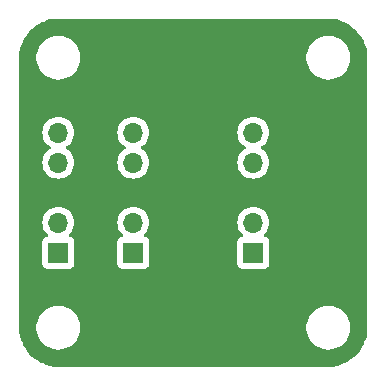
<source format=gbr>
%TF.GenerationSoftware,KiCad,Pcbnew,8.0.4-8.0.4-0~ubuntu22.04.1*%
%TF.CreationDate,2024-08-03T19:38:37+03:00*%
%TF.ProjectId,PM-Bus,504d2d42-7573-42e6-9b69-6361645f7063,rev?*%
%TF.SameCoordinates,Original*%
%TF.FileFunction,Copper,L2,Bot*%
%TF.FilePolarity,Positive*%
%FSLAX46Y46*%
G04 Gerber Fmt 4.6, Leading zero omitted, Abs format (unit mm)*
G04 Created by KiCad (PCBNEW 8.0.4-8.0.4-0~ubuntu22.04.1) date 2024-08-03 19:38:37*
%MOMM*%
%LPD*%
G01*
G04 APERTURE LIST*
%TA.AperFunction,ComponentPad*%
%ADD10R,1.700000X1.700000*%
%TD*%
%TA.AperFunction,ComponentPad*%
%ADD11O,1.700000X1.700000*%
%TD*%
G04 APERTURE END LIST*
D10*
%TO.P,J1,1,Pin_1*%
%TO.N,Net-(J1-Pin_1)*%
X64770000Y-96520000D03*
D11*
%TO.P,J1,2,Pin_2*%
%TO.N,Net-(J1-Pin_2)*%
X64770000Y-93980000D03*
%TO.P,J1,3,Pin_3*%
%TO.N,GND*%
X64770000Y-91440000D03*
%TO.P,J1,4,Pin_4*%
%TO.N,+3.3V*%
X64770000Y-88900000D03*
%TO.P,J1,5,Pin_5*%
%TO.N,+5V*%
X64770000Y-86360000D03*
%TD*%
%TO.P,J2,5,Pin_5*%
%TO.N,+5V*%
X71120000Y-86360000D03*
%TO.P,J2,4,Pin_4*%
%TO.N,+3.3V*%
X71120000Y-88900000D03*
%TO.P,J2,3,Pin_3*%
%TO.N,GND*%
X71120000Y-91440000D03*
%TO.P,J2,2,Pin_2*%
%TO.N,Net-(J1-Pin_2)*%
X71120000Y-93980000D03*
D10*
%TO.P,J2,1,Pin_1*%
%TO.N,Net-(J1-Pin_1)*%
X71120000Y-96520000D03*
%TD*%
%TO.P,J3,1,Pin_1*%
%TO.N,Net-(J1-Pin_1)*%
X81280000Y-96520000D03*
D11*
%TO.P,J3,2,Pin_2*%
%TO.N,Net-(J1-Pin_2)*%
X81280000Y-93980000D03*
%TO.P,J3,3,Pin_3*%
%TO.N,GND*%
X81280000Y-91440000D03*
%TO.P,J3,4,Pin_4*%
%TO.N,+3.3V*%
X81280000Y-88900000D03*
%TO.P,J3,5,Pin_5*%
%TO.N,+5V*%
X81280000Y-86360000D03*
%TD*%
%TA.AperFunction,Conductor*%
%TO.N,GND*%
G36*
X87633243Y-76700669D02*
G01*
X87969450Y-76718290D01*
X87982358Y-76719647D01*
X88311677Y-76771806D01*
X88324342Y-76774497D01*
X88646422Y-76860798D01*
X88658749Y-76864803D01*
X88970038Y-76984296D01*
X88981873Y-76989565D01*
X89278976Y-77140947D01*
X89290191Y-77147423D01*
X89569832Y-77329023D01*
X89580313Y-77336638D01*
X89839441Y-77546475D01*
X89849086Y-77555160D01*
X90084839Y-77790913D01*
X90093524Y-77800558D01*
X90303359Y-78059683D01*
X90310978Y-78070171D01*
X90492573Y-78349802D01*
X90499055Y-78361029D01*
X90628834Y-78615733D01*
X90650429Y-78658115D01*
X90655708Y-78669972D01*
X90775193Y-78981241D01*
X90779204Y-78993586D01*
X90865498Y-79315642D01*
X90868196Y-79328337D01*
X90920352Y-79657641D01*
X90921709Y-79670549D01*
X90939330Y-80006756D01*
X90939500Y-80013246D01*
X90939500Y-102866753D01*
X90939330Y-102873243D01*
X90921709Y-103209450D01*
X90920352Y-103222358D01*
X90868196Y-103551662D01*
X90865498Y-103564357D01*
X90779204Y-103886413D01*
X90775193Y-103898758D01*
X90655708Y-104210027D01*
X90650429Y-104221884D01*
X90499059Y-104518964D01*
X90492569Y-104530204D01*
X90310983Y-104809822D01*
X90303354Y-104820323D01*
X90093524Y-105079441D01*
X90084839Y-105089086D01*
X89849086Y-105324839D01*
X89839441Y-105333524D01*
X89580323Y-105543354D01*
X89569822Y-105550983D01*
X89290204Y-105732569D01*
X89278964Y-105739059D01*
X88981884Y-105890429D01*
X88970027Y-105895708D01*
X88658758Y-106015193D01*
X88646413Y-106019204D01*
X88324357Y-106105498D01*
X88311662Y-106108196D01*
X87982358Y-106160352D01*
X87969450Y-106161709D01*
X87633244Y-106179330D01*
X87626754Y-106179500D01*
X64773246Y-106179500D01*
X64766756Y-106179330D01*
X64430549Y-106161709D01*
X64417641Y-106160352D01*
X64088337Y-106108196D01*
X64075642Y-106105498D01*
X63753586Y-106019204D01*
X63741241Y-106015193D01*
X63429972Y-105895708D01*
X63418115Y-105890429D01*
X63121029Y-105739055D01*
X63109802Y-105732573D01*
X62830171Y-105550978D01*
X62819683Y-105543359D01*
X62560558Y-105333524D01*
X62550913Y-105324839D01*
X62315160Y-105089086D01*
X62306475Y-105079441D01*
X62217648Y-104969749D01*
X62096638Y-104820313D01*
X62089023Y-104809832D01*
X61907423Y-104530191D01*
X61900947Y-104518976D01*
X61749565Y-104221873D01*
X61744296Y-104210038D01*
X61624803Y-103898749D01*
X61620798Y-103886422D01*
X61534497Y-103564342D01*
X61531806Y-103551677D01*
X61479647Y-103222358D01*
X61478290Y-103209450D01*
X61460670Y-102873243D01*
X61460500Y-102866753D01*
X61460500Y-102748711D01*
X62919500Y-102748711D01*
X62919500Y-102991288D01*
X62951161Y-103231785D01*
X63013947Y-103466104D01*
X63054645Y-103564357D01*
X63106776Y-103690212D01*
X63228064Y-103900289D01*
X63228066Y-103900292D01*
X63228067Y-103900293D01*
X63375733Y-104092736D01*
X63375739Y-104092743D01*
X63547256Y-104264260D01*
X63547262Y-104264265D01*
X63739711Y-104411936D01*
X63949788Y-104533224D01*
X64173900Y-104626054D01*
X64408211Y-104688838D01*
X64588586Y-104712584D01*
X64648711Y-104720500D01*
X64648712Y-104720500D01*
X64891289Y-104720500D01*
X64939388Y-104714167D01*
X65131789Y-104688838D01*
X65366100Y-104626054D01*
X65590212Y-104533224D01*
X65800289Y-104411936D01*
X65992738Y-104264265D01*
X66164265Y-104092738D01*
X66311936Y-103900289D01*
X66433224Y-103690212D01*
X66526054Y-103466100D01*
X66588838Y-103231789D01*
X66620500Y-102991288D01*
X66620500Y-102748712D01*
X66620500Y-102748711D01*
X85779500Y-102748711D01*
X85779500Y-102991288D01*
X85811161Y-103231785D01*
X85873947Y-103466104D01*
X85914645Y-103564357D01*
X85966776Y-103690212D01*
X86088064Y-103900289D01*
X86088066Y-103900292D01*
X86088067Y-103900293D01*
X86235733Y-104092736D01*
X86235739Y-104092743D01*
X86407256Y-104264260D01*
X86407262Y-104264265D01*
X86599711Y-104411936D01*
X86809788Y-104533224D01*
X87033900Y-104626054D01*
X87268211Y-104688838D01*
X87448586Y-104712584D01*
X87508711Y-104720500D01*
X87508712Y-104720500D01*
X87751289Y-104720500D01*
X87799388Y-104714167D01*
X87991789Y-104688838D01*
X88226100Y-104626054D01*
X88450212Y-104533224D01*
X88660289Y-104411936D01*
X88852738Y-104264265D01*
X89024265Y-104092738D01*
X89171936Y-103900289D01*
X89293224Y-103690212D01*
X89386054Y-103466100D01*
X89448838Y-103231789D01*
X89480500Y-102991288D01*
X89480500Y-102748712D01*
X89448838Y-102508211D01*
X89386054Y-102273900D01*
X89293224Y-102049788D01*
X89171936Y-101839711D01*
X89024265Y-101647262D01*
X89024260Y-101647256D01*
X88852743Y-101475739D01*
X88852736Y-101475733D01*
X88660293Y-101328067D01*
X88660292Y-101328066D01*
X88660289Y-101328064D01*
X88450212Y-101206776D01*
X88450205Y-101206773D01*
X88226104Y-101113947D01*
X87991785Y-101051161D01*
X87751289Y-101019500D01*
X87751288Y-101019500D01*
X87508712Y-101019500D01*
X87508711Y-101019500D01*
X87268214Y-101051161D01*
X87033895Y-101113947D01*
X86809794Y-101206773D01*
X86809785Y-101206777D01*
X86599706Y-101328067D01*
X86407263Y-101475733D01*
X86407256Y-101475739D01*
X86235739Y-101647256D01*
X86235733Y-101647263D01*
X86088067Y-101839706D01*
X85966777Y-102049785D01*
X85966773Y-102049794D01*
X85873947Y-102273895D01*
X85811161Y-102508214D01*
X85779500Y-102748711D01*
X66620500Y-102748711D01*
X66588838Y-102508211D01*
X66526054Y-102273900D01*
X66433224Y-102049788D01*
X66311936Y-101839711D01*
X66164265Y-101647262D01*
X66164260Y-101647256D01*
X65992743Y-101475739D01*
X65992736Y-101475733D01*
X65800293Y-101328067D01*
X65800292Y-101328066D01*
X65800289Y-101328064D01*
X65590212Y-101206776D01*
X65590205Y-101206773D01*
X65366104Y-101113947D01*
X65131785Y-101051161D01*
X64891289Y-101019500D01*
X64891288Y-101019500D01*
X64648712Y-101019500D01*
X64648711Y-101019500D01*
X64408214Y-101051161D01*
X64173895Y-101113947D01*
X63949794Y-101206773D01*
X63949785Y-101206777D01*
X63739706Y-101328067D01*
X63547263Y-101475733D01*
X63547256Y-101475739D01*
X63375739Y-101647256D01*
X63375733Y-101647263D01*
X63228067Y-101839706D01*
X63106777Y-102049785D01*
X63106773Y-102049794D01*
X63013947Y-102273895D01*
X62951161Y-102508214D01*
X62919500Y-102748711D01*
X61460500Y-102748711D01*
X61460500Y-93979999D01*
X63414341Y-93979999D01*
X63414341Y-93980000D01*
X63434936Y-94215403D01*
X63434938Y-94215413D01*
X63496094Y-94443655D01*
X63496096Y-94443659D01*
X63496097Y-94443663D01*
X63595965Y-94657830D01*
X63595967Y-94657834D01*
X63704281Y-94812521D01*
X63731501Y-94851396D01*
X63731506Y-94851402D01*
X63853430Y-94973326D01*
X63886915Y-95034649D01*
X63881931Y-95104341D01*
X63840059Y-95160274D01*
X63809083Y-95177189D01*
X63677669Y-95226203D01*
X63677664Y-95226206D01*
X63562455Y-95312452D01*
X63562452Y-95312455D01*
X63476206Y-95427664D01*
X63476202Y-95427671D01*
X63425908Y-95562517D01*
X63419501Y-95622116D01*
X63419501Y-95622123D01*
X63419500Y-95622135D01*
X63419500Y-97417870D01*
X63419501Y-97417876D01*
X63425908Y-97477483D01*
X63476202Y-97612328D01*
X63476206Y-97612335D01*
X63562452Y-97727544D01*
X63562455Y-97727547D01*
X63677664Y-97813793D01*
X63677671Y-97813797D01*
X63812517Y-97864091D01*
X63812516Y-97864091D01*
X63819444Y-97864835D01*
X63872127Y-97870500D01*
X65667872Y-97870499D01*
X65727483Y-97864091D01*
X65862331Y-97813796D01*
X65977546Y-97727546D01*
X66063796Y-97612331D01*
X66114091Y-97477483D01*
X66120500Y-97417873D01*
X66120499Y-95622128D01*
X66114091Y-95562517D01*
X66063796Y-95427669D01*
X66063795Y-95427668D01*
X66063793Y-95427664D01*
X65977547Y-95312455D01*
X65977544Y-95312452D01*
X65862335Y-95226206D01*
X65862328Y-95226202D01*
X65730917Y-95177189D01*
X65674983Y-95135318D01*
X65650566Y-95069853D01*
X65665418Y-95001580D01*
X65686563Y-94973332D01*
X65808495Y-94851401D01*
X65944035Y-94657830D01*
X66043903Y-94443663D01*
X66105063Y-94215408D01*
X66125659Y-93980000D01*
X66125659Y-93979999D01*
X69764341Y-93979999D01*
X69764341Y-93980000D01*
X69784936Y-94215403D01*
X69784938Y-94215413D01*
X69846094Y-94443655D01*
X69846096Y-94443659D01*
X69846097Y-94443663D01*
X69945965Y-94657830D01*
X69945967Y-94657834D01*
X70054281Y-94812521D01*
X70081501Y-94851396D01*
X70081506Y-94851402D01*
X70203430Y-94973326D01*
X70236915Y-95034649D01*
X70231931Y-95104341D01*
X70190059Y-95160274D01*
X70159083Y-95177189D01*
X70027669Y-95226203D01*
X70027664Y-95226206D01*
X69912455Y-95312452D01*
X69912452Y-95312455D01*
X69826206Y-95427664D01*
X69826202Y-95427671D01*
X69775908Y-95562517D01*
X69769501Y-95622116D01*
X69769501Y-95622123D01*
X69769500Y-95622135D01*
X69769500Y-97417870D01*
X69769501Y-97417876D01*
X69775908Y-97477483D01*
X69826202Y-97612328D01*
X69826206Y-97612335D01*
X69912452Y-97727544D01*
X69912455Y-97727547D01*
X70027664Y-97813793D01*
X70027671Y-97813797D01*
X70162517Y-97864091D01*
X70162516Y-97864091D01*
X70169444Y-97864835D01*
X70222127Y-97870500D01*
X72017872Y-97870499D01*
X72077483Y-97864091D01*
X72212331Y-97813796D01*
X72327546Y-97727546D01*
X72413796Y-97612331D01*
X72464091Y-97477483D01*
X72470500Y-97417873D01*
X72470499Y-95622128D01*
X72464091Y-95562517D01*
X72413796Y-95427669D01*
X72413795Y-95427668D01*
X72413793Y-95427664D01*
X72327547Y-95312455D01*
X72327544Y-95312452D01*
X72212335Y-95226206D01*
X72212328Y-95226202D01*
X72080917Y-95177189D01*
X72024983Y-95135318D01*
X72000566Y-95069853D01*
X72015418Y-95001580D01*
X72036563Y-94973332D01*
X72158495Y-94851401D01*
X72294035Y-94657830D01*
X72393903Y-94443663D01*
X72455063Y-94215408D01*
X72475659Y-93980000D01*
X72475659Y-93979999D01*
X79924341Y-93979999D01*
X79924341Y-93980000D01*
X79944936Y-94215403D01*
X79944938Y-94215413D01*
X80006094Y-94443655D01*
X80006096Y-94443659D01*
X80006097Y-94443663D01*
X80105965Y-94657830D01*
X80105967Y-94657834D01*
X80214281Y-94812521D01*
X80241501Y-94851396D01*
X80241506Y-94851402D01*
X80363430Y-94973326D01*
X80396915Y-95034649D01*
X80391931Y-95104341D01*
X80350059Y-95160274D01*
X80319083Y-95177189D01*
X80187669Y-95226203D01*
X80187664Y-95226206D01*
X80072455Y-95312452D01*
X80072452Y-95312455D01*
X79986206Y-95427664D01*
X79986202Y-95427671D01*
X79935908Y-95562517D01*
X79929501Y-95622116D01*
X79929501Y-95622123D01*
X79929500Y-95622135D01*
X79929500Y-97417870D01*
X79929501Y-97417876D01*
X79935908Y-97477483D01*
X79986202Y-97612328D01*
X79986206Y-97612335D01*
X80072452Y-97727544D01*
X80072455Y-97727547D01*
X80187664Y-97813793D01*
X80187671Y-97813797D01*
X80322517Y-97864091D01*
X80322516Y-97864091D01*
X80329444Y-97864835D01*
X80382127Y-97870500D01*
X82177872Y-97870499D01*
X82237483Y-97864091D01*
X82372331Y-97813796D01*
X82487546Y-97727546D01*
X82573796Y-97612331D01*
X82624091Y-97477483D01*
X82630500Y-97417873D01*
X82630499Y-95622128D01*
X82624091Y-95562517D01*
X82573796Y-95427669D01*
X82573795Y-95427668D01*
X82573793Y-95427664D01*
X82487547Y-95312455D01*
X82487544Y-95312452D01*
X82372335Y-95226206D01*
X82372328Y-95226202D01*
X82240917Y-95177189D01*
X82184983Y-95135318D01*
X82160566Y-95069853D01*
X82175418Y-95001580D01*
X82196563Y-94973332D01*
X82318495Y-94851401D01*
X82454035Y-94657830D01*
X82553903Y-94443663D01*
X82615063Y-94215408D01*
X82635659Y-93980000D01*
X82615063Y-93744592D01*
X82553903Y-93516337D01*
X82454035Y-93302171D01*
X82318495Y-93108599D01*
X82318494Y-93108597D01*
X82151402Y-92941506D01*
X82151395Y-92941501D01*
X81957834Y-92805967D01*
X81957830Y-92805965D01*
X81957828Y-92805964D01*
X81743663Y-92706097D01*
X81743659Y-92706096D01*
X81743655Y-92706094D01*
X81515413Y-92644938D01*
X81515403Y-92644936D01*
X81280001Y-92624341D01*
X81279999Y-92624341D01*
X81044596Y-92644936D01*
X81044586Y-92644938D01*
X80816344Y-92706094D01*
X80816335Y-92706098D01*
X80602171Y-92805964D01*
X80602169Y-92805965D01*
X80408597Y-92941505D01*
X80241505Y-93108597D01*
X80105965Y-93302169D01*
X80105964Y-93302171D01*
X80006098Y-93516335D01*
X80006094Y-93516344D01*
X79944938Y-93744586D01*
X79944936Y-93744596D01*
X79924341Y-93979999D01*
X72475659Y-93979999D01*
X72455063Y-93744592D01*
X72393903Y-93516337D01*
X72294035Y-93302171D01*
X72158495Y-93108599D01*
X72158494Y-93108597D01*
X71991402Y-92941506D01*
X71991395Y-92941501D01*
X71797834Y-92805967D01*
X71797830Y-92805965D01*
X71797828Y-92805964D01*
X71583663Y-92706097D01*
X71583659Y-92706096D01*
X71583655Y-92706094D01*
X71355413Y-92644938D01*
X71355403Y-92644936D01*
X71120001Y-92624341D01*
X71119999Y-92624341D01*
X70884596Y-92644936D01*
X70884586Y-92644938D01*
X70656344Y-92706094D01*
X70656335Y-92706098D01*
X70442171Y-92805964D01*
X70442169Y-92805965D01*
X70248597Y-92941505D01*
X70081505Y-93108597D01*
X69945965Y-93302169D01*
X69945964Y-93302171D01*
X69846098Y-93516335D01*
X69846094Y-93516344D01*
X69784938Y-93744586D01*
X69784936Y-93744596D01*
X69764341Y-93979999D01*
X66125659Y-93979999D01*
X66105063Y-93744592D01*
X66043903Y-93516337D01*
X65944035Y-93302171D01*
X65808495Y-93108599D01*
X65808494Y-93108597D01*
X65641402Y-92941506D01*
X65641395Y-92941501D01*
X65447834Y-92805967D01*
X65447830Y-92805965D01*
X65447828Y-92805964D01*
X65233663Y-92706097D01*
X65233659Y-92706096D01*
X65233655Y-92706094D01*
X65005413Y-92644938D01*
X65005403Y-92644936D01*
X64770001Y-92624341D01*
X64769999Y-92624341D01*
X64534596Y-92644936D01*
X64534586Y-92644938D01*
X64306344Y-92706094D01*
X64306335Y-92706098D01*
X64092171Y-92805964D01*
X64092169Y-92805965D01*
X63898597Y-92941505D01*
X63731505Y-93108597D01*
X63595965Y-93302169D01*
X63595964Y-93302171D01*
X63496098Y-93516335D01*
X63496094Y-93516344D01*
X63434938Y-93744586D01*
X63434936Y-93744596D01*
X63414341Y-93979999D01*
X61460500Y-93979999D01*
X61460500Y-86359999D01*
X63414341Y-86359999D01*
X63414341Y-86360000D01*
X63434936Y-86595403D01*
X63434938Y-86595413D01*
X63496094Y-86823655D01*
X63496096Y-86823659D01*
X63496097Y-86823663D01*
X63595965Y-87037830D01*
X63595967Y-87037834D01*
X63731501Y-87231395D01*
X63731506Y-87231402D01*
X63898597Y-87398493D01*
X63898603Y-87398498D01*
X64084158Y-87528425D01*
X64127783Y-87583002D01*
X64134977Y-87652500D01*
X64103454Y-87714855D01*
X64084158Y-87731575D01*
X63898597Y-87861505D01*
X63731505Y-88028597D01*
X63595965Y-88222169D01*
X63595964Y-88222171D01*
X63496098Y-88436335D01*
X63496094Y-88436344D01*
X63434938Y-88664586D01*
X63434936Y-88664596D01*
X63414341Y-88899999D01*
X63414341Y-88900000D01*
X63434936Y-89135403D01*
X63434938Y-89135413D01*
X63496094Y-89363655D01*
X63496096Y-89363659D01*
X63496097Y-89363663D01*
X63595965Y-89577830D01*
X63595967Y-89577834D01*
X63704281Y-89732521D01*
X63731505Y-89771401D01*
X63898599Y-89938495D01*
X63995384Y-90006265D01*
X64092165Y-90074032D01*
X64092167Y-90074033D01*
X64092170Y-90074035D01*
X64306337Y-90173903D01*
X64534592Y-90235063D01*
X64722918Y-90251539D01*
X64769999Y-90255659D01*
X64770000Y-90255659D01*
X64770001Y-90255659D01*
X64809234Y-90252226D01*
X65005408Y-90235063D01*
X65233663Y-90173903D01*
X65447830Y-90074035D01*
X65641401Y-89938495D01*
X65808495Y-89771401D01*
X65944035Y-89577830D01*
X66043903Y-89363663D01*
X66105063Y-89135408D01*
X66125659Y-88900000D01*
X66105063Y-88664592D01*
X66043903Y-88436337D01*
X65944035Y-88222171D01*
X65808495Y-88028599D01*
X65808494Y-88028597D01*
X65641402Y-87861506D01*
X65641396Y-87861501D01*
X65455842Y-87731575D01*
X65412217Y-87676998D01*
X65405023Y-87607500D01*
X65436546Y-87545145D01*
X65455842Y-87528425D01*
X65478026Y-87512891D01*
X65641401Y-87398495D01*
X65808495Y-87231401D01*
X65944035Y-87037830D01*
X66043903Y-86823663D01*
X66105063Y-86595408D01*
X66125659Y-86360000D01*
X66125659Y-86359999D01*
X69764341Y-86359999D01*
X69764341Y-86360000D01*
X69784936Y-86595403D01*
X69784938Y-86595413D01*
X69846094Y-86823655D01*
X69846096Y-86823659D01*
X69846097Y-86823663D01*
X69945965Y-87037830D01*
X69945967Y-87037834D01*
X70081501Y-87231395D01*
X70081506Y-87231402D01*
X70248597Y-87398493D01*
X70248603Y-87398498D01*
X70434158Y-87528425D01*
X70477783Y-87583002D01*
X70484977Y-87652500D01*
X70453454Y-87714855D01*
X70434158Y-87731575D01*
X70248597Y-87861505D01*
X70081505Y-88028597D01*
X69945965Y-88222169D01*
X69945964Y-88222171D01*
X69846098Y-88436335D01*
X69846094Y-88436344D01*
X69784938Y-88664586D01*
X69784936Y-88664596D01*
X69764341Y-88899999D01*
X69764341Y-88900000D01*
X69784936Y-89135403D01*
X69784938Y-89135413D01*
X69846094Y-89363655D01*
X69846096Y-89363659D01*
X69846097Y-89363663D01*
X69945965Y-89577830D01*
X69945967Y-89577834D01*
X70054281Y-89732521D01*
X70081505Y-89771401D01*
X70248599Y-89938495D01*
X70345384Y-90006265D01*
X70442165Y-90074032D01*
X70442167Y-90074033D01*
X70442170Y-90074035D01*
X70656337Y-90173903D01*
X70884592Y-90235063D01*
X71072918Y-90251539D01*
X71119999Y-90255659D01*
X71120000Y-90255659D01*
X71120001Y-90255659D01*
X71159234Y-90252226D01*
X71355408Y-90235063D01*
X71583663Y-90173903D01*
X71797830Y-90074035D01*
X71991401Y-89938495D01*
X72158495Y-89771401D01*
X72294035Y-89577830D01*
X72393903Y-89363663D01*
X72455063Y-89135408D01*
X72475659Y-88900000D01*
X72455063Y-88664592D01*
X72393903Y-88436337D01*
X72294035Y-88222171D01*
X72158495Y-88028599D01*
X72158494Y-88028597D01*
X71991402Y-87861506D01*
X71991396Y-87861501D01*
X71805842Y-87731575D01*
X71762217Y-87676998D01*
X71755023Y-87607500D01*
X71786546Y-87545145D01*
X71805842Y-87528425D01*
X71828026Y-87512891D01*
X71991401Y-87398495D01*
X72158495Y-87231401D01*
X72294035Y-87037830D01*
X72393903Y-86823663D01*
X72455063Y-86595408D01*
X72475659Y-86360000D01*
X72475659Y-86359999D01*
X79924341Y-86359999D01*
X79924341Y-86360000D01*
X79944936Y-86595403D01*
X79944938Y-86595413D01*
X80006094Y-86823655D01*
X80006096Y-86823659D01*
X80006097Y-86823663D01*
X80105965Y-87037830D01*
X80105967Y-87037834D01*
X80241501Y-87231395D01*
X80241506Y-87231402D01*
X80408597Y-87398493D01*
X80408603Y-87398498D01*
X80594158Y-87528425D01*
X80637783Y-87583002D01*
X80644977Y-87652500D01*
X80613454Y-87714855D01*
X80594158Y-87731575D01*
X80408597Y-87861505D01*
X80241505Y-88028597D01*
X80105965Y-88222169D01*
X80105964Y-88222171D01*
X80006098Y-88436335D01*
X80006094Y-88436344D01*
X79944938Y-88664586D01*
X79944936Y-88664596D01*
X79924341Y-88899999D01*
X79924341Y-88900000D01*
X79944936Y-89135403D01*
X79944938Y-89135413D01*
X80006094Y-89363655D01*
X80006096Y-89363659D01*
X80006097Y-89363663D01*
X80105965Y-89577830D01*
X80105967Y-89577834D01*
X80214281Y-89732521D01*
X80241505Y-89771401D01*
X80408599Y-89938495D01*
X80505384Y-90006265D01*
X80602165Y-90074032D01*
X80602167Y-90074033D01*
X80602170Y-90074035D01*
X80816337Y-90173903D01*
X81044592Y-90235063D01*
X81232918Y-90251539D01*
X81279999Y-90255659D01*
X81280000Y-90255659D01*
X81280001Y-90255659D01*
X81319234Y-90252226D01*
X81515408Y-90235063D01*
X81743663Y-90173903D01*
X81957830Y-90074035D01*
X82151401Y-89938495D01*
X82318495Y-89771401D01*
X82454035Y-89577830D01*
X82553903Y-89363663D01*
X82615063Y-89135408D01*
X82635659Y-88900000D01*
X82615063Y-88664592D01*
X82553903Y-88436337D01*
X82454035Y-88222171D01*
X82318495Y-88028599D01*
X82318494Y-88028597D01*
X82151402Y-87861506D01*
X82151396Y-87861501D01*
X81965842Y-87731575D01*
X81922217Y-87676998D01*
X81915023Y-87607500D01*
X81946546Y-87545145D01*
X81965842Y-87528425D01*
X81988026Y-87512891D01*
X82151401Y-87398495D01*
X82318495Y-87231401D01*
X82454035Y-87037830D01*
X82553903Y-86823663D01*
X82615063Y-86595408D01*
X82635659Y-86360000D01*
X82615063Y-86124592D01*
X82553903Y-85896337D01*
X82454035Y-85682171D01*
X82318495Y-85488599D01*
X82318494Y-85488597D01*
X82151402Y-85321506D01*
X82151395Y-85321501D01*
X81957834Y-85185967D01*
X81957830Y-85185965D01*
X81957828Y-85185964D01*
X81743663Y-85086097D01*
X81743659Y-85086096D01*
X81743655Y-85086094D01*
X81515413Y-85024938D01*
X81515403Y-85024936D01*
X81280001Y-85004341D01*
X81279999Y-85004341D01*
X81044596Y-85024936D01*
X81044586Y-85024938D01*
X80816344Y-85086094D01*
X80816335Y-85086098D01*
X80602171Y-85185964D01*
X80602169Y-85185965D01*
X80408597Y-85321505D01*
X80241505Y-85488597D01*
X80105965Y-85682169D01*
X80105964Y-85682171D01*
X80006098Y-85896335D01*
X80006094Y-85896344D01*
X79944938Y-86124586D01*
X79944936Y-86124596D01*
X79924341Y-86359999D01*
X72475659Y-86359999D01*
X72455063Y-86124592D01*
X72393903Y-85896337D01*
X72294035Y-85682171D01*
X72158495Y-85488599D01*
X72158494Y-85488597D01*
X71991402Y-85321506D01*
X71991395Y-85321501D01*
X71797834Y-85185967D01*
X71797830Y-85185965D01*
X71797828Y-85185964D01*
X71583663Y-85086097D01*
X71583659Y-85086096D01*
X71583655Y-85086094D01*
X71355413Y-85024938D01*
X71355403Y-85024936D01*
X71120001Y-85004341D01*
X71119999Y-85004341D01*
X70884596Y-85024936D01*
X70884586Y-85024938D01*
X70656344Y-85086094D01*
X70656335Y-85086098D01*
X70442171Y-85185964D01*
X70442169Y-85185965D01*
X70248597Y-85321505D01*
X70081505Y-85488597D01*
X69945965Y-85682169D01*
X69945964Y-85682171D01*
X69846098Y-85896335D01*
X69846094Y-85896344D01*
X69784938Y-86124586D01*
X69784936Y-86124596D01*
X69764341Y-86359999D01*
X66125659Y-86359999D01*
X66105063Y-86124592D01*
X66043903Y-85896337D01*
X65944035Y-85682171D01*
X65808495Y-85488599D01*
X65808494Y-85488597D01*
X65641402Y-85321506D01*
X65641395Y-85321501D01*
X65447834Y-85185967D01*
X65447830Y-85185965D01*
X65447828Y-85185964D01*
X65233663Y-85086097D01*
X65233659Y-85086096D01*
X65233655Y-85086094D01*
X65005413Y-85024938D01*
X65005403Y-85024936D01*
X64770001Y-85004341D01*
X64769999Y-85004341D01*
X64534596Y-85024936D01*
X64534586Y-85024938D01*
X64306344Y-85086094D01*
X64306335Y-85086098D01*
X64092171Y-85185964D01*
X64092169Y-85185965D01*
X63898597Y-85321505D01*
X63731505Y-85488597D01*
X63595965Y-85682169D01*
X63595964Y-85682171D01*
X63496098Y-85896335D01*
X63496094Y-85896344D01*
X63434938Y-86124586D01*
X63434936Y-86124596D01*
X63414341Y-86359999D01*
X61460500Y-86359999D01*
X61460500Y-80013246D01*
X61460670Y-80006756D01*
X61463953Y-79944108D01*
X61466856Y-79888711D01*
X62919500Y-79888711D01*
X62919500Y-80131288D01*
X62951161Y-80371785D01*
X63013947Y-80606104D01*
X63106773Y-80830205D01*
X63106776Y-80830212D01*
X63228064Y-81040289D01*
X63228066Y-81040292D01*
X63228067Y-81040293D01*
X63375733Y-81232736D01*
X63375739Y-81232743D01*
X63547256Y-81404260D01*
X63547262Y-81404265D01*
X63739711Y-81551936D01*
X63949788Y-81673224D01*
X64173900Y-81766054D01*
X64408211Y-81828838D01*
X64588586Y-81852584D01*
X64648711Y-81860500D01*
X64648712Y-81860500D01*
X64891289Y-81860500D01*
X64939388Y-81854167D01*
X65131789Y-81828838D01*
X65366100Y-81766054D01*
X65590212Y-81673224D01*
X65800289Y-81551936D01*
X65992738Y-81404265D01*
X66164265Y-81232738D01*
X66311936Y-81040289D01*
X66433224Y-80830212D01*
X66526054Y-80606100D01*
X66588838Y-80371789D01*
X66620500Y-80131288D01*
X66620500Y-79888712D01*
X66620500Y-79888711D01*
X85779500Y-79888711D01*
X85779500Y-80131288D01*
X85811161Y-80371785D01*
X85873947Y-80606104D01*
X85966773Y-80830205D01*
X85966776Y-80830212D01*
X86088064Y-81040289D01*
X86088066Y-81040292D01*
X86088067Y-81040293D01*
X86235733Y-81232736D01*
X86235739Y-81232743D01*
X86407256Y-81404260D01*
X86407262Y-81404265D01*
X86599711Y-81551936D01*
X86809788Y-81673224D01*
X87033900Y-81766054D01*
X87268211Y-81828838D01*
X87448586Y-81852584D01*
X87508711Y-81860500D01*
X87508712Y-81860500D01*
X87751289Y-81860500D01*
X87799388Y-81854167D01*
X87991789Y-81828838D01*
X88226100Y-81766054D01*
X88450212Y-81673224D01*
X88660289Y-81551936D01*
X88852738Y-81404265D01*
X89024265Y-81232738D01*
X89171936Y-81040289D01*
X89293224Y-80830212D01*
X89386054Y-80606100D01*
X89448838Y-80371789D01*
X89480500Y-80131288D01*
X89480500Y-79888712D01*
X89448838Y-79648211D01*
X89386054Y-79413900D01*
X89293224Y-79189788D01*
X89171936Y-78979711D01*
X89024265Y-78787262D01*
X89024260Y-78787256D01*
X88852743Y-78615739D01*
X88852736Y-78615733D01*
X88660293Y-78468067D01*
X88660292Y-78468066D01*
X88660289Y-78468064D01*
X88474909Y-78361035D01*
X88450214Y-78346777D01*
X88450205Y-78346773D01*
X88226104Y-78253947D01*
X87991785Y-78191161D01*
X87751289Y-78159500D01*
X87751288Y-78159500D01*
X87508712Y-78159500D01*
X87508711Y-78159500D01*
X87268214Y-78191161D01*
X87033895Y-78253947D01*
X86809794Y-78346773D01*
X86809785Y-78346777D01*
X86599706Y-78468067D01*
X86407263Y-78615733D01*
X86407256Y-78615739D01*
X86235739Y-78787256D01*
X86235733Y-78787263D01*
X86088067Y-78979706D01*
X85966777Y-79189785D01*
X85966773Y-79189794D01*
X85873947Y-79413895D01*
X85811161Y-79648214D01*
X85779500Y-79888711D01*
X66620500Y-79888711D01*
X66588838Y-79648211D01*
X66526054Y-79413900D01*
X66433224Y-79189788D01*
X66311936Y-78979711D01*
X66164265Y-78787262D01*
X66164260Y-78787256D01*
X65992743Y-78615739D01*
X65992736Y-78615733D01*
X65800293Y-78468067D01*
X65800292Y-78468066D01*
X65800289Y-78468064D01*
X65614909Y-78361035D01*
X65590214Y-78346777D01*
X65590205Y-78346773D01*
X65366104Y-78253947D01*
X65131785Y-78191161D01*
X64891289Y-78159500D01*
X64891288Y-78159500D01*
X64648712Y-78159500D01*
X64648711Y-78159500D01*
X64408214Y-78191161D01*
X64173895Y-78253947D01*
X63949794Y-78346773D01*
X63949785Y-78346777D01*
X63739706Y-78468067D01*
X63547263Y-78615733D01*
X63547256Y-78615739D01*
X63375739Y-78787256D01*
X63375733Y-78787263D01*
X63228067Y-78979706D01*
X63106777Y-79189785D01*
X63106773Y-79189794D01*
X63013947Y-79413895D01*
X62951161Y-79648214D01*
X62919500Y-79888711D01*
X61466856Y-79888711D01*
X61478290Y-79670547D01*
X61479647Y-79657641D01*
X61481141Y-79648211D01*
X61531806Y-79328318D01*
X61534496Y-79315661D01*
X61620799Y-78993571D01*
X61624801Y-78981256D01*
X61744298Y-78669954D01*
X61749561Y-78658133D01*
X61900951Y-78361014D01*
X61907417Y-78349816D01*
X62089029Y-78070158D01*
X62096631Y-78059695D01*
X62306483Y-77800548D01*
X62315150Y-77790923D01*
X62550923Y-77555150D01*
X62560548Y-77546483D01*
X62819695Y-77336631D01*
X62830158Y-77329029D01*
X63109816Y-77147417D01*
X63121014Y-77140951D01*
X63418133Y-76989561D01*
X63429954Y-76984298D01*
X63741256Y-76864801D01*
X63753571Y-76860799D01*
X64075661Y-76774496D01*
X64088318Y-76771806D01*
X64417643Y-76719646D01*
X64430547Y-76718290D01*
X64766756Y-76700669D01*
X64773246Y-76700500D01*
X64835892Y-76700500D01*
X87564108Y-76700500D01*
X87626754Y-76700500D01*
X87633243Y-76700669D01*
G37*
%TD.AperFunction*%
%TD*%
M02*

</source>
